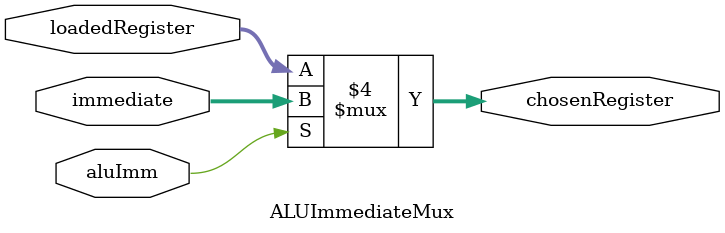
<source format=v>
`timescale 1ns / 1ps


module ALUImmediateMux(
    // Inputs
    input aluImm,
    input [31:0] loadedRegister,
    input [31:0] immediate,
    // Outputs
    output reg [31:0] chosenRegister
    );

    always @(*) begin
        if (aluImm == 1)
            chosenRegister = immediate;
        else
            chosenRegister = loadedRegister;
    end
endmodule

</source>
